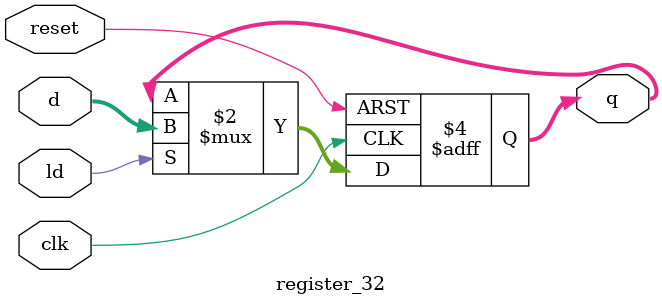
<source format=sv>
`timescale 1ns / 1ps
module register_32 #(parameter N = 32)(input logic clk,
    input logic reset,
    input logic ld,
    input logic [N-1:0] d,
    output logic [N-1:0] q);
// asynchronous reset
always_ff @(posedge clk, posedge reset)
    if (reset) q <= 0;
    else if (ld) q <= d;
endmodule
</source>
